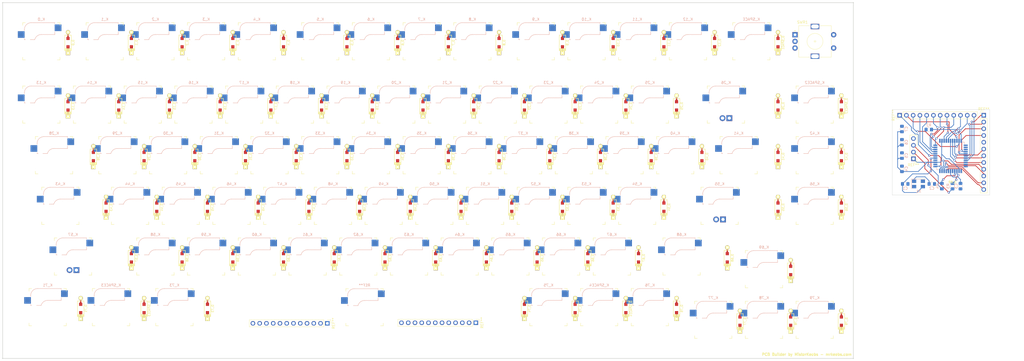
<source format=kicad_pcb>
(kicad_pcb (version 20211014) (generator pcbnew)
  (layers (0 "F.Cu" signal) (31 "B.Cu" signal) (34 "B.Paste" user) (35 "F.Paste" user) (36 "B.SilkS" user "B.Silkscreen") (37 "F.SilkS" user "F.Silkscreen") (38 "B.Mask" user) (39 "F.Mask" user) (44 "Edge.Cuts" user))
  (net 0 "")
  (net 1 "GND")
  (net 2 "VCC")
  (net 3 "/col0")
  (net 4 "/col1")
  (net 5 "/col2")
  (net 6 "/col3")
  (net 7 "/col4")
  (net 8 "/col5")
  (net 9 "/col6")
  (net 10 "/col7")
  (net 11 "/col8")
  (net 12 "/col9")
  (net 13 "/col10")
  (net 14 "/col11")
  (net 15 "/col12")
  (net 16 "/col13")
  (net 17 "/col14")
  (net 18 "/col15")
  (net 19 "/row0")
  (net 20 "/row1")
  (net 21 "/row2")
  (net 22 "/row3")
  (net 23 "/row4")
  (net 24 "/row5")
  (net 25 "/row6")
  (net 26 "Net-(D_0-Pad2)")
  (net 27 "Net-(D_1-Pad2)")
  (net 28 "Net-(D_2-Pad2)")
  (net 29 "Net-(D_3-Pad2)")
  (net 30 "Net-(D_4-Pad2)")
  (net 31 "Net-(D_5-Pad2)")
  (net 32 "Net-(D_6-Pad2)")
  (net 33 "Net-(D_7-Pad2)")
  (net 34 "Net-(D_8-Pad2)")
  (net 35 "Net-(D_9-Pad2)")
  (net 36 "Net-(D_10-Pad2)")
  (net 37 "Net-(D_11-Pad2)")
  (net 38 "Net-(D_12-Pad2)")
  (net 39 "Net-(D_SPACE-Pad2)")
  (net 40 "Net-(D_13-Pad2)")
  (net 41 "Net-(D_14-Pad2)")
  (net 42 "Net-(D_15-Pad2)")
  (net 43 "Net-(D_16-Pad2)")
  (net 44 "Net-(D_17-Pad2)")
  (net 45 "Net-(D_18-Pad2)")
  (net 46 "Net-(D_19-Pad2)")
  (net 47 "Net-(D_20-Pad2)")
  (net 48 "Net-(D_21-Pad2)")
  (net 49 "Net-(D_22-Pad2)")
  (net 50 "Net-(D_23-Pad2)")
  (net 51 "Net-(D_24-Pad2)")
  (net 52 "Net-(D_25-Pad2)")
  (net 53 "Net-(D_26-Pad2)")
  (net 54 "Net-(D_SPACE2-Pad2)")
  (net 55 "Net-(D_28-Pad2)")
  (net 56 "Net-(D_29-Pad2)")
  (net 57 "Net-(D_30-Pad2)")
  (net 58 "Net-(D_31-Pad2)")
  (net 59 "Net-(D_32-Pad2)")
  (net 60 "Net-(D_33-Pad2)")
  (net 61 "Net-(D_34-Pad2)")
  (net 62 "Net-(D_35-Pad2)")
  (net 63 "Net-(D_36-Pad2)")
  (net 64 "Net-(D_37-Pad2)")
  (net 65 "Net-(D_38-Pad2)")
  (net 66 "Net-(D_39-Pad2)")
  (net 67 "Net-(D_40-Pad2)")
  (net 68 "Net-(D_41-Pad2)")
  (net 69 "Net-(D_42-Pad2)")
  (net 70 "Net-(D_43-Pad2)")
  (net 71 "Net-(D_44-Pad2)")
  (net 72 "Net-(D_45-Pad2)")
  (net 73 "Net-(D_46-Pad2)")
  (net 74 "Net-(D_47-Pad2)")
  (net 75 "Net-(D_48-Pad2)")
  (net 76 "Net-(D_49-Pad2)")
  (net 77 "Net-(D_50-Pad2)")
  (net 78 "Net-(D_51-Pad2)")
  (net 79 "Net-(D_52-Pad2)")
  (net 80 "Net-(D_53-Pad2)")
  (net 81 "Net-(D_54-Pad2)")
  (net 82 "Net-(D_55-Pad2)")
  (net 83 "Net-(D_56-Pad2)")
  (net 84 "Net-(D_57-Pad2)")
  (net 85 "Net-(D_58-Pad2)")
  (net 86 "Net-(D_59-Pad2)")
  (net 87 "Net-(D_60-Pad2)")
  (net 88 "Net-(D_61-Pad2)")
  (net 89 "Net-(D_62-Pad2)")
  (net 90 "Net-(D_63-Pad2)")
  (net 91 "Net-(D_64-Pad2)")
  (net 92 "Net-(D_65-Pad2)")
  (net 93 "Net-(D_66-Pad2)")
  (net 94 "Net-(D_67-Pad2)")
  (net 95 "Net-(D_68-Pad2)")
  (net 96 "Net-(D_71-Pad2)")
  (net 97 "Net-(D_SPACE3-Pad2)")
  (net 98 "Net-(D_73-Pad2)")
  (net 99 "Net-(D_74-Pad2)")
  (net 100 "Net-(D_75-Pad2)")
  (net 101 "Net-(D_SPACE4-Pad2)")
  (net 102 "Net-(D_76-Pad2)")
  (net 103 "Net-(D_69-Pad2)")
  (net 104 "Net-(D_77-Pad2)")
  (net 105 "Net-(D_78-Pad2)")
  (net 106 "Net-(D_79-Pad2)")
  (net 107 "Net-(C1-Pad1)")
  (net 108 "Net-(C2-Pad1)")
  (net 109 "Net-(R1-Pad1)")
  (net 110 "Net-(R2-Pad1)")
  (net 111 "Net-(R3-Pad1)")
  (net 112 "Net-(R4-Pad1)")
  (net 113 "Net-(USB1-Pad2)")
  (net 114 "Net-(USB1-Pad3)")
  (net 115 "Net-(C3-Pad1)")
  (net 116 "Net-(U1-Pad1)")
  (net 117 "Net-(U1-Pad7)")
  (net 118 "Net-(U1-Pad34)")
  (net 119 "Net-(U1-Pad36)")
  (net 120 "Net-(U1-Pad42)")
  (net 121 "Net-(U1-Pad43)")
  (net 122 "Net-(U1-Pad44)")
  (footprint "keyswitches:Kailh_socket_MX" (layer "F.Cu") (at 216.57 238.97)
    (fp_text reference "K_59")
    (fp_text value "KEYSW")
  )
  (footprint "keyswitches:Kailh_socket_MX" (layer "F.Cu") (at 197.52 158.0075)
    (fp_text reference "K_2")
    (fp_text value "KEYSW")
  )
  (footprint "keyboard_parts:D_SOD123_axial" (layer "F.Cu") (at 259.9325 182.32 90)
    (fp_text reference "D_18")
    (fp_text value "D" hide)
  )
  (footprint "keyswitches:Kailh_socket_MX" (layer "F.Cu") (at 235.62 238.97)
    (fp_text reference "K_60")
    (fp_text value "KEYSW")
  )
  (footprint "keyboard_parts:D_SOD123_axial" (layer "F.Cu") (at 164.6825 158.5075 90)
    (fp_text reference "D_0")
    (fp_text value "D" hide)
  )
  (footprint "keyboard_parts:D_SOD123_axial" (layer "F.Cu") (at 378.995 239.47 90)
    (fp_text reference "D_67")
    (fp_text value "D" hide)
  )
  (footprint "keyswitches:Kailh_socket_MX" (layer "F.Cu") (at 395.16375 238.97)
    (fp_text reference "K_68")
    (fp_text value "KEYSW")
  )
  (footprint "keyboard_parts:D_SOD123_axial" (layer "F.Cu") (at 431.3825 158.5075 90)
    (fp_text reference "D_SPACE")
    (fp_text value "D" hide)
  )
  (footprint "keyboard_parts:D_SOD123_axial" (layer "F.Cu") (at 355.1825 258.52 90)
    (fp_text reference "D_75")
    (fp_text value "D" hide)
  )
  (footprint "keyboard_parts:D_SOD123_axial" (layer "F.Cu") (at 307.5575 158.5075 90)
    (fp_text reference "D_7")
    (fp_text value "D" hide)
  )
  (footprint "keyswitches:Kailh_socket_MX" (layer "F.Cu") (at 345.1575 258.02)
    (fp_text reference "K_75")
    (fp_text value "KEYSW")
  )
  (footprint "keyboard_parts:D_SOD123_axial" (layer "F.Cu") (at 431.3825 220.42 90)
    (fp_text reference "D_55")
    (fp_text value "D" hide)
  )
  (footprint "keyboard_parts:D_SOD123_axial" (layer "F.Cu") (at 407.57 158.5075 90)
    (fp_text reference "D_12")
    (fp_text value "D" hide)
  )
  (footprint "keyswitches:Kailh_socket_MX" (layer "F.Cu") (at 359.445 158.0075)
    (fp_text reference "K_10")
    (fp_text value "KEYSW")
  )
  (footprint "keyswitches:Kailh_socket_MX" (layer "F.Cu") (at 316.5825 200.87)
    (fp_text reference "K_36")
    (fp_text value "KEYSW")
  )
  (footprint "keyboard_parts:D_SOD123_axial" (layer "F.Cu") (at 312.32 220.42 90)
    (fp_text reference "D_50")
    (fp_text value "D" hide)
  )
  (footprint "keyboard_parts:D_SOD123_axial" (layer "F.Cu") (at 188.495 158.5075 90)
    (fp_text reference "D_1")
    (fp_text value "D" hide)
  )
  (footprint "keyboard_parts:D_SOD123_axial" (layer "F.Cu") (at 317.0825 182.32 90)
    (fp_text reference "D_21")
    (fp_text value "D" hide)
  )
  (footprint "keyboard_parts:D_SOD123_axial" (layer "F.Cu") (at 278.9825 182.32 90)
    (fp_text reference "D_19")
    (fp_text value "D" hide)
  )
  (footprint "keyswitches:Kailh_socket_MX" (layer "F.Cu") (at 445.17 219.92)
    (fp_text reference "K_56")
    (fp_text value "KEYSW")
  )
  (footprint "keyboard_parts:D_SOD123_axial" (layer "F.Cu") (at 217.07 220.42 90)
    (fp_text reference "D_45")
    (fp_text value "D" hide)
  )
  (footprint "keyswitches:Kailh_socket_MX" (layer "F.Cu") (at 383.2575 181.82)
    (fp_text reference "K_25")
    (fp_text value "KEYSW")
  )
  (footprint "keyboard_parts:D_SOD123_axial" (layer "F.Cu") (at 369.47 220.42 90)
    (fp_text reference "D_53")
    (fp_text value "D" hide)
  )
  (footprint "keyboard_parts:D_SOD123_axial" (layer "F.Cu") (at 455.195 182.32 90)
    (fp_text reference "D_SPACE2")
    (fp_text value "D" hide)
  )
  (footprint "keyboard_parts:D_SOD123_axial" (layer "F.Cu") (at 331.37 220.42 90)
    (fp_text reference "D_51")
    (fp_text value "D" hide)
  )
  (footprint "keyswitches:Kailh_socket_MX" (layer "F.Cu") (at 349.92 238.97)
    (fp_text reference "K_66")
    (fp_text value "KEYSW")
  )
  (footprint "Connector_PinHeader_2.54mm:PinHeader_1x12_P2.54mm_Vertical" (layer "F.Cu") (at 262.08 264.1 -90)
    (fp_text reference "REF**")
    (fp_text value "PinHeader_1x12_P2.54mm_Vertical")
  )
  (footprint "keyboard_parts:D_SOD123_axial" (layer "F.Cu") (at 250.4075 201.37 90)
    (fp_text reference "D_32")
    (fp_text value "D" hide)
  )
  (footprint "keyswitches:Kailh_socket_MX" (layer "F.Cu") (at 368.97 238.97)
    (fp_text reference "K_67")
    (fp_text value "KEYSW")
  )
  (footprint "keyboard_parts:D_SOD123_axial" (layer "F.Cu") (at 293.27 220.42 90)
    (fp_text reference "D_49")
    (fp_text value "D" hide)
  )
  (footprint "keyswitches:Kailh_socket_MX" (layer "F.Cu") (at 183.2325 200.87)
    (fp_text reference "K_29")
    (fp_text value "KEYSW")
  )
  (footprint "keyboard_parts:D_SOD123_axial" (layer "F.Cu") (at 202.7825 182.32 90)
    (fp_text reference "D_15")
    (fp_text value "D" hide)
  )
  (footprint "keyboard_parts:D_SOD123_axial" (layer "F.Cu") (at 326.6075 201.37 90)
    (fp_text reference "D_36")
    (fp_text value "D" hide)
  )
  (footprint "keyswitches:Kailh_socket_MX" (layer "F.Cu") (at 416.595 200.87)
    (fp_text reference "K_41")
    (fp_text value "KEYSW")
  )
  (footprint "keyboard_parts:D_SOD123_axial" (layer "F.Cu") (at 340.895 239.47 90)
    (fp_text reference "D_65")
    (fp_text value "D" hide)
  )
  (footprint "keyboard_parts:D_SOD123_axial" (layer "F.Cu") (at 355.1825 182.32 90)
    (fp_text reference "D_23")
    (fp_text value "D" hide)
  )
  (footprint "keyboard_parts:D_SOD123_axial" (layer "F.Cu") (at 307.5575 201.37 90)
    (fp_text reference "D_35")
    (fp_text value "D" hide)
  )
  (footprint "keyswitches:Kailh_socket_MX" (layer "F.Cu") (at 161.80125 219.92)
    (fp_text reference "K_43")
    (fp_text value "KEYSW")
  )
  (footprint "keyswitches:Kailh_socket_MX" (layer "F.Cu") (at 330.87 238.97)
    (fp_text reference "K_65")
    (fp_text value "KEYSW")
  )
  (footprint "keyswitches:Kailh_socket_MX" (layer "F.Cu") (at 340.395 219.92)
    (fp_text reference "K_52")
    (fp_text value "KEYSW")
  )
  (footprint "keyboard_parts:D_SOD123_axial" (layer "F.Cu") (at 345.6575 201.37 90)
    (fp_text reference "D_37")
    (fp_text value "D" hide)
  )
  (footprint "keyboard_parts:D_SOD123_axial" (layer "F.Cu") (at 269.4575 201.37 90)
    (fp_text reference "D_33")
    (fp_text value "D" hide)
  )
  (footprint "keyboard_parts:D_SOD123_axial" (layer "F.Cu") (at 236.12 220.42 90)
    (fp_text reference "D_46")
    (fp_text value "D" hide)
  )
  (footprint "keyswitches:Kailh_socket_MX" (layer "F.Cu") (at 273.72 238.97)
    (fp_text reference "K_62")
    (fp_text value "KEYSW")
  )
  (footprint "keyswitches:Kailh_socket_MX" (layer "F.Cu") (at 254.67 238.97)
    (fp_text reference "K_61")
    (fp_text value "KEYSW")
  )
  (footprint "keyswitches:Kailh_socket_MX" (layer "F.Cu") (at 340.395 158.0075)
    (fp_text reference "K_9")
    (fp_text value "KEYSW")
  )
  (footprint "keyboard_parts:D_SOD123_axial" (layer "F.Cu") (at 359.945 239.47 90)
    (fp_text reference "D_66")
    (fp_text value "D" hide)
  )
  (footprint "keyboard_parts:D_SOD123_axial" (layer "F.Cu") (at 212.3075 201.37 90)
    (fp_text reference "D_30")
    (fp_text value "D" hide)
  )
  (footprint "keyswitches:Kailh_socket_MX" (layer "F.Cu") (at 407.07 262.7825)
    (fp_text reference "K_77")
    (fp_text value "KEYSW")
  )
  (footprint "keyboard_parts:D_SOD123_axial" (layer "F.Cu") (at 198.02 220.42 90)
    (fp_text reference "D_44")
    (fp_text value "D" hide)
  )
  (footprint "keyswitches:Kailh_socket_MX" (layer "F.Cu") (at 192.7575 181.82)
    (fp_text reference "K_15")
    (fp_text value "KEYSW")
  )
  (footprint "keyswitches:Kailh_socket_MX" (layer "F.Cu") (at 326.1075 181.82)
    (fp_text reference "K_22")
    (fp_text value "KEYSW")
  )
  (footprint "keyboard_parts:D_SOD123_axial" (layer "F.Cu") (at 326.6075 158.5075 90)
    (fp_text reference "D_8")
    (fp_text value "D" hide)
  )
  (footprint "keyswitches:Kailh_socket_MX" (layer "F.Cu") (at 292.77 238.97)
    (fp_text reference "K_63")
    (fp_text value "KEYSW")
  )
  (footprint "Connector_PinHeader_2.54mm:PinHeader_1x04_P2.54mm_Vertical" (layer "F.Cu") (at 482.2625 202.22 180)
    (fp_text reference "REF**")
    (fp_text value "PinHeader_1x04_P2.54mm_Vertical")
  )
  (footprint "keyswitches:Kailh_socket_MX" (layer "F.Cu") (at 335.6325 200.87)
    (fp_text reference "K_37")
    (fp_text value "KEYSW")
  )
  (footprint "keyboard_parts:D_SOD123_axial" (layer "F.Cu") (at 226.595 239.47 90)
    (fp_text reference "D_59")
    (fp_text value "D" hide)
  )
  (footprint "keyboard_parts:D_SOD123_axial" (layer "F.Cu") (at 393.2825 258.52 90)
    (fp_text reference "D_76")
    (fp_text value "D" hide)
  )
  (footprint "keyboard_parts:D_SOD123_axial" (layer "F.Cu") (at 217.07 258.52 90)
    (fp_text reference "D_73")
    (fp_text value "D" hide)
  )
  (footprint "keyswitches:Kailh_socket_MX" (layer "F.Cu") (at 268.9575 181.82)
    (fp_text reference "K_19")
    (fp_text value "KEYSW")
  )
  (footprint "keyboard_parts:D_SOD123_axial" (layer "F.Cu") (at 183.7325 182.32 90)
    (fp_text reference "D_14")
    (fp_text value "D" hide)
  )
  (footprint "keyswitches:Kailh_socket_MX" (layer "F.Cu") (at 378.495 158.0075)
    (fp_text reference "K_11")
    (fp_text value "KEYSW")
  )
  (footprint "keyswitches:Kailh_socket_MX" (layer "F.Cu") (at 383.2575 258.02)
    (fp_text reference "K_76")
    (fp_text value "KEYSW")
  )
  (footprint "keyboard_parts:D_SOD123_axial" (layer "F.Cu") (at 350.42 158.5075 90)
    (fp_text reference "D_9")
    (fp_text value "D" hide)
  )
  (footprint "keyboard_parts:D_SOD123_axial" (layer "F.Cu") (at 269.4575 158.5075 90)
    (fp_text reference "D_5")
    (fp_text value "D" hide)
  )
  (footprint "keyboard_parts:D_SOD123_axial" (layer "F.Cu") (at 288.5075 201.37 90)
    (fp_text reference "D_34")
    (fp_text value "D" hide)
  )
  (footprint "keyswitches:Kailh_socket_MX" (layer "F.Cu") (at 211.8075 181.82)
    (fp_text reference "K_16")
    (fp_text value "KEYSW")
  )
  (footprint "keyswitches:Kailh_socket_MX" (layer "F.Cu") (at 202.2825 200.87)
    (fp_text reference "K_30")
    (fp_text value "KEYSW")
  )
  (footprint "keyboard_parts:D_SOD123_axial" (layer "F.Cu") (at 412.3325 239.47 90)
    (fp_text reference "D_68")
    (fp_text value "D" hide)
  )
  (footprint "keyboard_parts:D_SOD123_axial" (layer "F.Cu") (at 245.645 239.47 90)
    (fp_text reference "D_60")
    (fp_text value "D" hide)
  )
  (footprint "keyswitches:Kailh_socket_MX" (layer "F.Cu") (at 373.7325 200.87)
    (fp_text reference "K_39")
    (fp_text value "KEYSW")
  )
  (footprint "keyswitches:Kailh_socket_MX" (layer "F.Cu") (at 426.12 262.7825)
    (fp_text reference "K_78")
    (fp_text value "KEYSW")
  )
  (footprint "keyboard_parts:D_SOD123_axial" (layer "F.Cu") (at 169.445 258.52 90)
    (fp_text reference "D_71")
    (fp_text value "D" hide)
  )
  (footprint "keyswitches:Kailh_socket_MX" (layer "F.Cu") (at 311.82 238.97)
    (fp_text reference "K_64")
    (fp_text value "KEYSW")
  )
  (footprint "keyboard_parts:D_SOD123_axial" (layer "F.Cu") (at 288.5075 158.5075 90)
    (fp_text reference "D_6")
    (fp_text value "D" hide)
  )
  (footprint "keyswitches:Kailh_socket_MX" (layer "F.Cu") (at 445.17 262.7825)
    (fp_text reference "K_79")
    (fp_text value "KEYSW")
  )
  (footprint "keyswitches:Kailh_socket_MX" (layer "F.Cu") (at 235.62 158.0075)
    (fp_text reference "K_4")
    (fp_text value "KEYSW")
  )
  (footprint "keyboard_parts:D_SOD123_axial" (layer "F.Cu") (at 178.97 220.42 90)
    (fp_text reference "D_43")
    (fp_text value "D" hide)
  )
  (footprint "keyboard_parts:D_SOD123_axial" (layer "F.Cu") (at 350.42 220.42 90)
    (fp_text reference "D_52")
    (fp_text value "D" hide)
  )
  (footprint "keyboard_parts:D_SOD123_axial" (layer "F.Cu") (at 264.695 239.47 90)
    (fp_text reference "D_61")
    (fp_text value "D" hide)
  )
  (footprint "keyboard_parts:D_SOD123_axial" (layer "F.Cu") (at 174.2075 201.37 90)
    (fp_text reference "D_28")
    (fp_text value "D" hide)
  )
  (footprint "keyboard_parts:D_SOD123_axial" (layer "F.Cu") (at 298.0325 182.32 90)
    (fp_text reference "D_20")
    (fp_text value "D" hide)
  )
  (footprint "keyboard_parts:D_SOD123_axial" (layer "F.Cu") (at 431.3825 201.37 90)
    (fp_text reference "D_41")
    (fp_text value "D" hide)
  )
  (footprint "keyboard_parts:D_SOD123_axial" (layer "F.Cu") (at 336.1325 182.32 90)
    (fp_text reference "D_22")
    (fp_text value "D" hide)
  )
  (footprint "keyboard_parts:D_SOD123_axial" (layer "F.Cu") (at 274.22 220.42 90)
    (fp_text reference "D_48")
    (fp_text value "D" hide)
  )
  (footprint "marbastlib-mx:STAB_MX_6.25u" (layer "F.Cu") (at 276.10125 258.02)
    (fp_text reference "K_74" hide)
    (fp_text value "KEYSW")
  )
  (footprint "keyswitches:Kailh_socket_MX" (layer "F.Cu") (at 154.6575 181.82)
    (fp_text reference "K_13")
    (fp_text value "KEYSW")
  )
  (footprint "keyboard_parts:D_SOD123_axial" (layer "F.Cu") (at 364.7075 201.37 90)
    (fp_text reference "D_38")
    (fp_text value "D" hide)
  )
  (footprint "keyswitches:Kailh_socket_MX" (layer "F.Cu") (at 221.3325 200.87)
    (fp_text reference "K_31")
    (fp_text value "KEYSW")
  )
  (footprint "keyswitches:Kailh_socket_MX" (layer "F.Cu") (at 173.7075 181.82)
    (fp_text reference "K_14")
    (fp_text value "KEYSW")
  )
  (footprint "keyswitches:Kailh_socket_MX" (layer "F.Cu") (at 359.445 219.92)
    (fp_text reference "K_53")
    (fp_text value "KEYSW")
  )
  (footprint "keyswitches:Kailh_socket_MX" (layer "F.Cu") (at 283.245 219.92)
    (fp_text reference "K_49")
    (fp_text value "KEYSW")
  )
  (footprint "keyboard_parts:D_SOD123_axial" (layer "F.Cu") (at 374.2325 182.32 90)
    (fp_text reference "D_24")
    (fp_text value "D" hide)
  )
  (footprint "keyswitches:Kailh_socket_MX" (layer "F.Cu") (at 259.4325 158.0075)
    (fp_text reference "K_5")
    (fp_text value "KEYSW")
  )
  (footprint "keyswitches:Kailh_socket_MX" (layer "F.Cu") (at 259.4325 200.87)
    (fp_text reference "K_33")
    (fp_text value "KEYSW")
  )
  (footprint "keyswitches:Kailh_socket_MX" (layer "F.Cu") (at 249.9075 181.82)
    (fp_text reference "K_18")
    (fp_text value "KEYSW")
  )
  (footprint "keyboard_parts:D_SOD123_axial" (layer "F.Cu") (at 393.2825 182.32 90)
    (fp_text reference "D_25")
    (fp_text value "D" hide)
  )
  (footprint "keyboard_parts:D_SOD123_axial" (layer "F.Cu") (at 193.2575 258.52 90)
    (fp_text reference "D_SPACE3")
    (fp_text value "D" hide)
  )
  (footprint "keyboard_parts:D_SOD123_axial" (layer "F.Cu") (at 188.495 239.47 90)
    (fp_text reference "D_57")
    (fp_text value "D" hide)
  )
  (footprint "keyswitches:Kailh_socket_MX" (layer "F.Cu") (at 187.995 219.92)
    (fp_text reference "K_44")
    (fp_text value "KEYSW")
  )
  (footprint "keyswitches:Kailh_socket_MX" (layer "F.Cu") (at 180.85125 258.02)
    (fp_text reference "K_SPACE3")
    (fp_text value "KEYSW")
  )
  (footprint "keyboard_parts:D_SOD123_axial" (layer "F.Cu") (at 417.095 263.2825 90)
    (fp_text reference "D_77")
    (fp_text value "D" hide)
  )
  (footprint "keyswitches:Kailh_socket_MX" (layer "F.Cu") (at 397.545 158.0075)
    (fp_text reference "K_12")
    (fp_text value "KEYSW")
  )
  (footprint "keyboard_parts:D_SOD123_axial" (layer "F.Cu") (at 388.52 158.5075 90)
    (fp_text reference "D_11")
    (fp_text value "D" hide)
  )
  (footprint "Keebio-Parts:RotaryEncoder_Alps_EC11E-Switch_Vertical_H20mm" (layer "F.Cu") (at 445.28 158.05)
    (fp_text reference "SWR1")
    (fp_text value "Rotary_Encoder_Switch")
  )
  (footprint "keyboard_parts:D_SOD123_axial" (layer "F.Cu") (at 231.3575 201.37 90)
    (fp_text reference "D_31")
    (fp_text value "D" hide)
  )
  (footprint "keyswitches:Kailh_socket_MX" (layer "F.Cu") (at 178.47 158.0075)
    (fp_text reference "K_1")
    (fp_text value "KEYSW")
  )
  (footprint "keyboard_parts:D_SOD123_axial" (layer "F.Cu") (at 207.545 158.5075 90)
    (fp_text reference "D_2")
    (fp_text value "D" hide)
  )
  (footprint "keyboard_parts:D_SOD123_axial" (layer "F.Cu") (at 321.845 239.47 90)
    (fp_text reference "D_64")
    (fp_text value "D" hide)
  )
  (footprint "keyswitches:Kailh_socket_MX" (layer "F.Cu") (at 226.095 219.92)
    (fp_text reference "K_46")
    (fp_text value "KEYSW")
  )
  (footprint "keyswitches:Kailh_socket_MX_led stab" (layer "F.Cu") (at 166.56375 238.97)
    (fp_text reference "K_57")
    (fp_text value "KEYSW")
  )
  (footprint "keyswitches:Kailh_socket_MX" (layer "F.Cu") (at 278.4825 158.0075)
    (fp_text reference "K_6")
    (fp_text value "KEYSW")
  )
  (footprint "keyboard_parts:D_SOD123_axial" (layer "F.Cu") (at 402.8075 201.37 90)
    (fp_text reference "D_40")
    (fp_text value "D" hide)
  )
  (footprint "keyboard_parts:D_SOD123_axial" (layer "F.Cu") (at 455.195 201.37 90)
    (fp_text reference "D_42")
    (fp_text value "D" hide)
  )
  (footprint "keyboard_parts:D_SOD123_axial" (layer "F.Cu") (at 369.47 158.5075 90)
    (fp_text reference "D_10")
    (fp_text value "D" hide)
  )
  (footprint "keyswitches:Kailh_socket_MX" (layer "F.Cu") (at 421.3575 158.0075)
    (fp_text reference "K_SPACE")
    (fp_text value "KEYSW")
  )
  (footprint "keyboard_parts:D_SOD123_axial" (layer "F.Cu") (at 221.8325 182.32 90)
    (fp_text reference "D_16")
    (fp_text value "D" hide)
  )
  (footprint "keyswitches:Kailh_socket_MX" (layer "F.Cu") (at 216.57 158.0075)
    (fp_text reference "K_3")
    (fp_text value "KEYSW")
  )
  (footprint "keyboard_parts:D_SOD123_axial" (layer "F.Cu") (at 374.2325 258.52 90)
    (fp_text reference "D_SPACE4")
    (fp_text value "D" hide)
  )
  (footprint "keyswitches:Kailh_socket_MX" (layer "F.Cu") (at 159.42 200.87)
    (fp_text reference "K_28")
    (fp_text value "KEYSW")
  )
  (footprint "keyboard_parts:D_SOD123_axial" (layer "F.Cu") (at 302.795 239.47 90)
    (fp_text reference "D_63")
    (fp_text value "D" hide)
  )
  (footprint "keyswitches:Kailh_socket_MX" (layer "F.Cu") (at 364.2075 258.02)
    (fp_text reference "K_SPACE4")
    (fp_text value "KEYSW")
  )
  (footprint "keyswitches:Kailh_socket_MX" (layer "F.Cu") (at 321.345 219.92)
    (fp_text reference "K_51")
    (fp_text value "KEYSW")
  )
  (footprint "keyboard_parts:D_SOD123_axial" (layer "F.Cu") (at 336.1325 258.52 90)
    (fp_text reference "D_74")
    (fp_text value "D" hide)
  )
  (footprint "keyswitches:Kailh_socket_MX" (layer "F.Cu") (at 445.17 200.87)
    (fp_text reference "K_42")
    (fp_text value "KEYSW")
  )
  (footprint "keyboard_parts:D_SOD123_axial" (layer "F.Cu") (at 240.8825 182.32 90)
    (fp_text reference "D_17")
    (fp_text value "D" hide)
  )
  (footprint "keyboard_parts:D_SOD123_axial" (layer "F.Cu") (at 164.6825 182.32 90)
    (fp_text reference "D_13")
    (fp_text value "D" hide)
  )
  (footprint "keyboard_parts:D_SOD123_axial" (layer "F.Cu") (at 226.595 158.5075 90)
    (fp_text reference "D_3")
    (fp_text value "D" hide)
  )
  (footprint "keyswitches:Kailh_socket_MX" (layer "F.Cu") (at 354.6825 200.87)
    (fp_text reference "K_38")
    (fp_text value "KEYSW")
  )
  (footprint "keyswitches:Kailh_socket_MX" (layer "F.Cu") (at 288.0075 181.82)
    (fp_text reference "K_20")
    (fp_text value "KEYSW")
  )
  (footprint "keyboard_parts:D_SOD123_axial" (layer "F.Cu") (at 455.195 220.42 90)
    (fp_text reference "D_56")
    (fp_text value "D" hide)
  )
  (footprint "Connector_PinHeader_2.54mm:PinHeader_1x12_P2.54mm_Vertical" (layer "F.Cu") (at 508.6725 185.84)
    (fp_text reference "REF**")
    (fp_text value "PinHeader_1x12_P2.54mm_Vertical")
  )
  (footprint "keyswitches:Kailh_socket_MX" (layer "F.Cu") (at 276.07 258.06)
    (fp_text reference "REF**")
    (fp_text value "Kailh_socket_MX")
  )
  (footprint "keyswitches:Kailh_socket_MX_led stab" (layer "F.Cu") (at 411.8325 181.82)
    (fp_text reference "K_26")
    (fp_text value "KEYSW")
  )
  (footprint "keyswitches:Kailh_socket_MX" (layer "F.Cu") (at 302.295 219.92)
    (fp_text reference "K_50")
    (fp_text value "KEYSW")
  )
  (footprint "keyboard_parts:D_SOD123_axial" (layer "F.Cu") (at 431.3825 182.32 90)
    (fp_text reference "D_26")
    (fp_text value "D" hide)
  )
  (footprint "keyswitches:Kailh_socket_MX" (layer "F.Cu") (at 345.1575 181.82)
    (fp_text reference "K_23")
    (fp_text value "KEYSW")
  )
  (footprint "keyboard_parts:D_SOD123_axial" (layer "F.Cu") (at 193.2575 201.37 90)
    (fp_text reference "D_29")
    (fp_text value "D" hide)
  )
  (footprint "keyboard_parts:D_SOD123_axial" (layer "F.Cu") (at 455.195 263.2825 90)
    (fp_text reference "D_79")
    (fp_text value "D" hide)
  )
  (footprint "keyswitches:Kailh_socket_MX" (layer "F.Cu") (at 378.495 219.92)
    (fp_text reference "K_54")
    (fp_text value "KEYSW")
  )
  (footprint "keyswitches:Kailh_socket_MX" (layer "F.Cu") (at 364.2075 181.82)
    (fp_text reference "K_24")
    (fp_text value "KEYSW")
  )
  (footprint "keyswitches:Kailh_socket_MX" (layer "F.Cu") (at 297.5325 200.87)
    (fp_text reference "K_35")
    (fp_text value "KEYSW")
  )
  (footprint "keyswitches:Kailh_socket_MX" (layer "F.Cu") (at 157.03875 258.02)
    (fp_text reference "K_71")
    (fp_text value "KEYSW")
  )
  (footprint "keyswitches:Kailh_socket_MX" (layer "F.Cu") (at 426.12 243.7325)
    (fp_text reference "K_69")
    (fp_text value "KEYSW")
  )
  (footprint "keyswitches:Kailh_socket_MX" (layer "F.Cu") (at 204.66375 258.02)
    (fp_text reference "K_73")
    (fp_text value "KEYSW")
  )
  (footprint "keyswitches:Kailh_socket_MX" (layer "F.Cu") (at 264.195 219.92)
    (fp_text reference "K_48")
    (fp_text value "KEYSW")
  )
  (footprint "Connector_PinHeader_2.54mm:PinHeader_1x12_P2.54mm_Vertical" (layer "F.Cu") (at 477.0725 185.85 90)
    (fp_text reference "REF**")
    (fp_text value "PinHeader_1x12_P2.54mm_Vertical")
  )
  (footprint "keyswitches:Kailh_socket_MX" (layer "F.Cu") (at 307.0575 181.82)
    (fp_text reference "K_21")
    (fp_text value "KEYSW")
  )
  (footprint "keyboard_parts:D_SOD123_axial" (layer "F.Cu") (at 383.7575 201.37 90)
    (fp_text reference "D_39")
    (fp_text value "D" hide)
  )
  (footprint "keyswitches:Kailh_socket_MX" (layer "F.Cu") (at 278.4825 200.87)
    (fp_text reference "K_34")
    (fp_text value "KEYSW")
  )
  (footprint "keyboard_parts:D_SOD123_axial" (layer "F.Cu") (at 283.745 239.47 90)
    (fp_text reference "D_62")
    (fp_text value "D" hide)
  )
  (footprint "Connector_PinHeader_2.54mm:PinHeader_1x12_P2.54mm_Vertical" (layer "F.Cu") (at 317.88 263.9 -90)
    (fp_text reference "REF**")
    (fp_text value "PinHeader_1x12_P2.54mm_Vertical")
  )
  (footprint "keyboard_parts:D_SOD123_axial" (layer "F.Cu") (at 436.145 244.2325 90)
    (fp_text reference "D_69")
    (fp_text value "D" hide)
  )
  (footprint "keyboard_parts:D_SOD123_axial" (layer "F.Cu") (at 436.145 263.2825 90)
    (fp_text reference "D_78")
    (fp_text value "D" hide)
  )
  (footprint "keyswitches:Kailh_socket_MX" (layer "F.Cu") (at 154.6575 158.0075)
    (fp_text reference "K_0")
    (fp_text value "KEYSW")
  )
  (footprint "keyswitches:Kailh_socket_MX" (layer "F.Cu") (at 445.17 181.82)
    (fp_text reference "K_SPACE2")
    (fp_text value "KEYSW")
  )
  (footprint "keyswitches:Kailh_socket_MX" (layer "F.Cu") (at 197.52 238.97)
    (fp_text reference "K_58")
    (fp_text value "KEYSW")
  )
  (footprint "keyswitches:Kailh_socket_MX" (layer "F.Cu") (at 240.3825 200.87)
    (fp_text reference "K_32")
    (fp_text value "KEYSW")
  )
  (footprint "keyswitches:Kailh_socket_MX" (layer "F.Cu") (at 230.8575 181.82)
    (fp_text reference "K_17")
    (fp_text value "KEYSW")
  )
  (footprint "keyswitches:Kailh_socket_MX" (layer "F.Cu") (at 297.5325 158.0075)
    (fp_text reference "K_7")
    (fp_text value "KEYSW")
  )
  (footprint "keyboard_parts:D_SOD123_axial" (layer "F.Cu") (at 207.545 239.47 90)
    (fp_text reference "D_58")
    (fp_text value "D" hide)
  )
  (footprint "keyswitches:Kailh_socket_MX" (layer "F.Cu") (at 316.5825 158.0075)
    (fp_text reference "K_8")
    (fp_text value "KEYSW")
  )
  (footprint "keyswitches:Kailh_socket_MX_led stab" (layer "F.Cu") (at 409.45125 219.92)
    (fp_text reference "K_55")
    (fp_text value "KEYSW")
  )
  (footprint "keyboard_parts:D_SOD123_axial" (layer "F.Cu") (at 388.52 220.42 90)
    (fp_text reference "D_54")
    (fp_text value "D" hide)
  )
  (footprint "keyboard_parts:D_SOD123_axial" (layer "F.Cu") (at 245.645 158.5075 90)
    (fp_text reference "D_4")
    (fp_text value "D" hide)
  )
  (footprint "keyboard_parts:D_SOD123_axial" (layer "F.Cu") (at 255.17 220.42 90)
    (fp_text reference "D_47")
    (fp_text value "D" hide)
  )
  (footprint "keyswitches:Kailh_socket_MX" (layer "F.Cu") (at 207.045 219.92)
    (fp_text reference "K_45")
    (fp_text value "KEYSW")
  )
  (footprint "keyswitches:Kailh_socket_MX" (layer "F.Cu") (at 245.145 219.92)
    (fp_text reference "K_47")
    (fp_text value "KEYSW")
  )
  (footprint "keyswitches:Kailh_socket_MX" (layer "F.Cu") (at 392.7825 200.87)
    (fp_text reference "K_40")
    (fp_text value "KEYSW")
  )
  (footprint "Capacitor_SMD:C_0805_2012Metric_Pad1.15x1.40mm_HandSolder" (layer "B.Cu") (at 477.9425 191.005 90)
    (fp_text reference "C7")
    (fp_text value "22pF")
  )
  (footprint "Capacitor_SMD:C_0805_2012Metric_Pad1.15x1.40mm_HandSolder" (layer "B.Cu") (at 479.1625 211.67)
    (fp_text reference "C1")
    (fp_text value "22pF")
  )
  (footprint "Capacitor_SMD:C_0805_2012Metric_Pad1.15x1.40mm_HandSolder" (layer "B.Cu") (at 489.1625 211.67)
    (fp_text reference "C2")
    (fp_text value "22pF")
  )
  (footprint "Capacitor_SMD:C_0805_2012Metric_Pad1.15x1.40mm_HandSolder" (layer "B.Cu") (at 477.9425 206.005 90)
    (fp_text reference "C4")
    (fp_text value "22pF")
  )
  (footprint "Resistor_SMD:R_0805_2012Metric_Pad1.15x1.40mm_HandSolder" (layer "B.Cu") (at 488.0225 191.22 180)
    (fp_text reference "R2")
    (fp_text value "10k")
  )
  (footprint "Capacitor_SMD:C_0805_2012Metric_Pad1.15x1.40mm_HandSolder" (layer "B.Cu") (at 499.9325 212.5 -90)
    (fp_text reference "C3")
    (fp_text value "22pF")
  )
  (footprint "Resistor_SMD:R_0805_2012Metric_Pad1.15x1.40mm_HandSolder" (layer "B.Cu") (at 492.9325 212.5 -90)
    (fp_text reference "R4")
    (fp_text value "22")
  )
  (footprint "Package_QFP:TQFP-44_10x10mm_P0.8mm" (layer "B.Cu") (at 496.1925 201.14 90)
    (fp_text reference "U1")
    (fp_text value "ATMEGA32U4")
  )
  (footprint "Capacitor_SMD:C_0805_2012Metric_Pad1.15x1.40mm_HandSolder" (layer "B.Cu") (at 477.9425 201.005 90)
    (fp_text reference "C5")
    (fp_text value "22pF")
  )
  (footprint "Capacitor_SMD:C_0805_2012Metric_Pad1.15x1.40mm_HandSolder" (layer "B.Cu") (at 477.9425 196.005 90)
    (fp_text reference "C6")
    (fp_text value "22pF")
  )
  (footprint "Resistor_SMD:R_0805_2012Metric_Pad1.15x1.40mm_HandSolder" (layer "B.Cu") (at 496.9325 212.5 -90)
    (fp_text reference "R3")
    (fp_text value "22")
  )
  (footprint "Crystal:Crystal_SMD_5032-4Pin_5.0x3.2mm" (layer "B.Cu") (at 484.1625 211.67)
    (fp_text reference "X1")
    (fp_text value "XTAL_GND")
  )
  (gr_arc (start 459.695 143.4825) (mid 459.695 143.4825) (end 459.695 143.4825) (layer "Edge.Cuts") (width 0.2))
  (gr_rect (start 474.2625 183.67) (end 510.9125 215.87) (layer "Edge.Cuts") (width 0.1) (fill none))
  (gr_line (start 459.695 277.3075) (end 140.1325 277.3075) (layer "Edge.Cuts") (width 0.2))
  (gr_arc (start 140.1325 143.4825) (mid 140.1325 143.4825) (end 140.1325 143.4825) (layer "Edge.Cuts") (width 0.2))
  (gr_line (start 140.1325 143.4825) (end 459.695 143.4825) (layer "Edge.Cuts") (width 0.2))
  (gr_arc (start 459.695 277.3075) (mid 459.695 277.3075) (end 459.695 277.3075) (layer "Edge.Cuts") (width 0.2))
  (gr_line (start 459.695 143.4825) (end 459.695 277.3075) (layer "Edge.Cuts") (width 0.2))
  (gr_arc (start 140.1325 277.3075) (mid 140.1325 277.3075) (end 140.1325 277.3075) (layer "Edge.Cuts") (width 0.2))
  (gr_line (start 140.1325 277.3075) (end 140.1325 143.4825) (layer "Edge.Cuts") (width 0.2))
  (gr_text "PCB Builder by MisterKeebs - mrkeebs.com" (at 459.195 275.8075) (layer "F.SilkS") (effects (font (size 1 1) (thickness 0.3)) (justify right)))
  (segment (start 476.3325 205.42) (end 477.9425 207.03) (width 0.25) (layer "B.Cu") (net 2))
  (segment (start 477.9425 207.03) (end 477.9725 207) (width 0.25) (layer "B.Cu") (net 2))
  (segment (start 476.3325 197.8) (end 476.3325 202.4) (width 0.25) (layer "B.Cu") (net 2))
  (segment (start 492.875 203.025) (end 492.36 203.54) (width 0.25) (layer "B.Cu") (net 2))
  (segment (start 499.3925 206.84) (end 499.3925 205.84) (width 0.25) (layer "B.Cu") (net 2))
  (segment (start 477.9425 192.03) (end 477.9125 192) (width 0.25) (layer "B.Cu") (net 2))
  (segment (start 477.1025 197.03) (end 476.3325 197.8) (width 0.25) (layer "B.Cu") (net 2))
  (segment (start 477.9425 197.03) (end 477.1025 197.03) (width 0.25) (layer "B.Cu") (net 2))
  (segment (start 483.5825 203.54) (end 490.4925 203.54) (width 0.25) (layer "B.Cu") (net 2))
  (segment (start 476.7025 202.03) (end 476.3325 202.4) (width 0.25) (layer "B.Cu") (net 2))
  (segment (start 487.4925 203.54) (end 490.4925 203.54) (width 0.25) (layer "B.Cu") (net 2))
  (segment (start 482.2625 202.22) (end 483.5825 203.54) (width 0.25) (layer "B.Cu") (net 2))
  (segment (start 476.3325 192) (end 476.3325 197.8) (width 0.25) (layer "B.Cu") (net 2))
  (segment (start 492.36 203.54) (end 490.4925 203.54) (width 0.25) (layer "B.Cu") (net 2))
  (segment (start 494.6 202.2) (end 492.875 200.475) (width 0.25) (layer "B.Cu") (net 2))
  (segment (start 495.7525 202.2) (end 494.6 202.2) (width 0.25) (layer "B.Cu") (net 2))
  (segment (start 499.3925 205.84) (end 495.7525 202.2) (width 0.25) (layer "B.Cu") (net 2))
  (segment (start 477.9125 192) (end 476.3325 192) (width 0.25) (layer "B.Cu") (net 2))
  (segment (start 492.875 200.475) (end 492.875 203.025) (width 0.25) (layer "B.Cu") (net 2))
  (segment (start 476.3325 202.4) (end 476.3325 205.42) (width 0.25) (layer "B.Cu") (net 2))
  (segment (start 492.875 195.5575) (end 492.875 200.475) (width 0.25) (layer "B.Cu") (net 2))
  (segment (start 477.9725 207) (end 484.0325 207) (width 0.25) (layer "B.Cu") (net 2))
  (segment (start 484.0325 207) (end 487.4925 203.54) (width 0.25) (layer "B.Cu") (net 2))
  (segment (start 492.9925 195.44) (end 492.875 195.5575) (width 0.25) (layer "B.Cu") (net 2))
  (segment (start 477.9425 202.03) (end 476.7025 202.03) (width 0.25) (layer "B.Cu") (net 2))
  (segment (start 492 201.3) (end 492.6 201.9) (width 0.25) (layer "F.Cu") (net 3))
  (segment (start 492.6 204.9) (end 492.5 205) (width 0.25) (layer "F.Cu") (net 3))
  (segment (start 491.7 201) (end 492 201.3) (width 0.25) (layer "F.Cu") (net 3))
  (segment (start 492.5 205) (end 492.4 205) (width 0.25) (layer "F.Cu") (net 3))
  (segment (start 492.6 201.9) (end 492.6 204.9) (width 0.25) (layer "F.Cu") (net 3))
  (segment (start 488.2 201) (end 491.7 201) (width 0.25) (layer "F.Cu") (net 3))
  (via (at 488.2 201) (size 0.8) (drill 0.4) (layers "F.Cu" "B.Cu") (net 3))
  (via (at 492.4 205) (size 0.8) (drill 0.4) (layers "F.Cu" "B.Cu") (net 3))
  (segment (start 484.1 196.9) (end 488.2 201) (width 0.25) (layer "B.Cu") (net 3))
  (segment (start 482.9 192.9) (end 483.8 192.9) (width 0.25) (layer "B.Cu") (net 3))
  (segment (start 490.6325 205) (end 490.4925 205.14) (width 0.25) (layer "B.Cu") (net 3))
  (segment (start 481.5 190.6) (end 481.5 191.5) (width 0.25) (layer "B.Cu") (net 3))
  (segment (start 483.8 192.9) (end 484.1 193.2) (width 0.25) (layer "B.Cu") (net 3))
  (segment (start 481.5 190.2775) (end 481.5 190.6) (width 0.25) (layer "B.Cu") (net 3))
  (segment (start 484.1 196) (end 484.1 196.9) (width 0.25) (layer "B.Cu") (net 3))
  (segment (start 484.1 193.2) (end 484.1 196) (width 0.25) (layer "B.Cu") (net 3))
  (segment (start 481.5 191.5) (end 482.9 192.9) (width 0.25) (layer "B.Cu") (net 3))
  (segment (start 477.0725 185.85) (end 481.5 190.2775) (width 0.25) (layer "B.Cu") (net 3))
  (segment (start 492.4 205) (end 490.6325 205) (width 0.25) (layer "B.Cu") (net 3))
  (segment (start 495.7 188.4) (end 495.6 188.3) (width 0.25) (layer "F.Cu") (net 4))
  (segment (start 482.0625 188.3) (end 479.6125 185.85) (width 0.25) (layer "F.Cu") (net 4))
  (segment (start 495.6 188.3) (end 482.0625 188.3) (width 0.25) (layer "F.Cu") (net 4))
  (segment (start 498.3 193.8) (end 498.3 193.7) (width 0.25) (layer "F.Cu") (net 4))
  (segment (start 495.7 191.1) (end 495.7 188.4) (width 0.25) (layer "F.Cu") (net 4))
  (segment (start 498.3 193.7) (end 495.7 191.1) (width 0.25) (layer "F.Cu") (net 4))
  (via (at 498.3 193.8) (size 0.8) (drill 0.4) (layers "F.Cu" "B.Cu") (net 4))
  (segment (start 498.5925 195.44) (end 498.5925 194.0925) (width 0.25) (layer "B.Cu") (net 4))
  (segment (start 498.5925 194.0925) (end 498.3 193.8) (width 0.25) (layer "B.Cu") (net 4))
  (segment (start 490.6 195.8) (end 486.7 191.9) (width 0.25) (layer "F.Cu") (net 5))
  (segment (start 486.7 191.9) (end 483.8 191.9) (width 0.25) (layer "F.Cu") (net 5))
  (segment (start 492.4 197.6) (end 490.6 195.8) (width 0.25) (layer "F.Cu") (net 5))
  (segment (start 498.5 197.6) (end 492.4 197.6) (width 0.25) (layer "F.Cu") (net 5))
  (via (at 483.8 191.9) (size 0.8) (drill 0.4) (layers "F.Cu" "B.Cu") (net 5))
  (via (at 498.5 197.6) (size 0.8) (drill 0.4) (layers "F.Cu" "B.Cu") (net 5))
  (segment (start 483.8 191.9) (end 483.3 191.9) (width 0.25) (layer "B.Cu") (net 5))
  (segment (start 483.3 191.9) (end 482.1525 190.7525) (width 0.25) (layer "B.Cu") (net 5))
  (segment (start 499.3925 196.7075) (end 498.5 197.6) (width 0.25) (layer "B.Cu") (net 5))
  (segment (start 482.1525 190.7525) (end 482.1525 185.85) (width 0.25) (layer "B.Cu") (net 5))
  (segment (start 499.3925 195.44) (end 499.3925 196.7075) (width 0.25) (layer "B.Cu") (net 5))
  (segment (start 484.6925 195.8925) (end 489.14 200.34) (width 0.25) (layer "B.Cu") (net 6))
  (segment (start 484.6925 185.85) (end 484.6925 195.8925) (width 0.25) (layer "B.Cu") (net 6))
  (segment (start 489.14 200.34) (end 490.4925 200.34) (width 0.25) (layer "B.Cu") (net 6))
  (segment (start 489.403604 199.54) (end 490.4925 199.54) (width 0.25) (layer "B.Cu") (net 7))
  (segment (start 485.7 190.2) (end 485.7 195.836396) (width 0.25) (layer "B.Cu") (net 7))
  (segment (start 487.2325 185.85) (end 487.2325 188.6675) (width 0.25) (layer "B.Cu") (net 7))
  (segment (start 487.2325 188.6675) (end 485.7 190.2) (width 0.25) (layer "B.Cu") (net 7))
  (segment (start 485.7 195.836396) (end 489.403604 199.54) (width 0.25) (layer "B.Cu") (net 7))
  (segment (start 489.963604 192.9) (end 489 192.9) (width 0.25) (layer "F.Cu") (net 8))
  (segment (start 490.681802 192.181802) (end 489.963604 192.9) (width 0.25) (layer "F.Cu") (net 8))
  (segment (start 491.3 190.4) (end 491.3 191.563604) (width 0.25) (layer "F.Cu") (net 8))
  (segment (start 491.3 191.563604) (end 490.681802 192.181802) (width 0.25) (layer "F.Cu") (net 8))
  (via (at 491.3 190.4) (size 0.8) (drill 0.4) (layers "F.Cu" "B.Cu") (net 8))
  (via (at 489 192.9) (size 0.8) (drill 0.4) (layers "F.Cu" "B.Cu") (net 8))
  (segment (start 489.7725 188.8725) (end 491.3 190.4) (width 0.25) (layer "B.Cu") (net 8))
  (segment (start 488.55 198.05) (end 489.24 198.74) (width 0.25) (layer "B.Cu") (net 8))
  (segment (start 489 192.9) (end 488.55 193.35) (width 0.25) (layer "B.Cu") (net 8))
  (segment (start 489.24 198.74) (end 490.4925 198.74) (width 0.25) (layer "B.Cu") (net 8))
  (segment (start 488.55 193.35) (end 488.55 198.05) (width 0.25) (layer "B.Cu") (net 8))
  (segment (start 489.7725 185.85) (end 489.7725 188.8725) (width 0.25) (layer "B.Cu") (net 8))
  (segment (start 492.5 191) (end 489.7 193.8) (width 0.25) (layer "F.Cu") (net 9))
  (segment (start 492.5 190.4) (end 492.5 191) (width 0.25) (layer "F.Cu") (net 9))
  (via (at 492.5 190.4) (size 0.8) (drill 0.4) (layers "F.Cu" "B.Cu") (net 9))
  (via (at 489.7 193.8) (size 0.8) (drill 0.4) (layers "F.Cu" "B.Cu") (net 9))
  (segment (start 492.3125 185.85) (end 492.3125 190.2125) (width 0.25) (layer "B.Cu") (net 9))
  (segment (start 492.3125 190.2125) (end 492.5 190.4) (width 0.25) (layer "B.Cu") (net 9))
  (segment (start 489.7 193.8) (end 489 194.5) (width 0.25) (layer "B.Cu") (net 9))
  (segment (start 489.34 197.94) (end 490.4925 197.94) (width 0.25) (layer "B.Cu") (net 9))
  (segment (start 489 194.5) (end 489 197.6) (width 0.25) (layer "B.Cu") (net 9))
  (segment (start 489 197.6) (end 489.34 197.94) (width 0.25) (layer "B.Cu") (net 9))
  (segment (start 495.2 189.5) (end 494.9 189.2) (width 0.25) (layer "F.Cu") (net 10))
  (segment (start 495.2 192.4) (end 495.2 189.5) (width 0.25) (layer "F.Cu") (net 10))
  (via (at 495.2 192.4) (size 0.8) (drill 0.4) (layers "F.Cu" "B.Cu") (net 10))
  (via (at 494.9 189.2) (size 0.8) (drill 0.4) (layers "F.Cu" "B.Cu") (net 10))
  (segment (start 493.7925 195.44) (end 493.7925 193.8075) (width 0.25) (layer "B.Cu") (net 10))
  (segment (start 494.9 189.2) (end 494.8525 189.1525) (width 0.25) (layer "B.Cu") (net 10))
  (segment (start 494.8525 189.1525) (end 494.8525 185.85) (width 0.25) (layer "B.Cu") (net 10))
  (segment (start 493.7925 193.8075) (end 495.2 192.4) (width 0.25) (layer "B.Cu") (net 10))
  (segment (start 493.6 191.8) (end 490.9 194.5) (width 0.25) (layer "F.Cu") (net 11))
  (segment (start 493.6 190.4) (end 493.6 191.8) (width 0.25) (layer "F.Cu") (net 11))
  (via (at 490.9 194.5) (size 0.8) (drill 0.4) (layers "F.Cu" "B.Cu") (net 11))
  (via (at 493.6 190.4) (size 0.8) (drill 0.4) (layers "F.Cu" "B.Cu") (net 11))
  (segment (start 497.3925 189.4075) (end 496.7 190.1) (width 0.25) (layer "B.Cu") (net 11))
  (segment (start 496.7 190.1) (end 496.4 190.4) (width 0.25) (layer "B.Cu") (net 11))
  (segment (start 496.4 190.4) (end 493.6 190.4) (width 0.25) (layer "B.Cu") (net 11))
  (segment (start 490.4925 194.9075) (end 490.4925 197.14) (width 0.25) (layer "B.Cu") (net 11))
  (segment (start 490.9 194.5) (end 490.4925 194.9075) (width 0.25) (layer "B.Cu") (net 11))
  (segment (start 497.3925 185.85) (end 497.3925 189.4075) (width 0.25) (layer "B.Cu") (net 11))
  (segment (start 498.831254 190.893246) (end 497.8 191.9245) (width 0.25) (layer "F.Cu") (net 12))
  (segment (start 499.093245 190.893246) (end 498.831254 190.893246) (width 0.25) (layer "F.Cu") (net 12))
  (via (at 499.093245 190.893246) (size 0.8) (drill 0.4) (layers "F.Cu" "B.Cu") (net 12))
  (via (at 497.8 191.9245) (size 0.8) (drill 0.4) (layers "F.Cu" "B.Cu") (net 12))
  (segment (start 497.8 191.9245) (end 497.7245 192) (width 0.25) (layer "B.Cu") (net 12))
  (segment (start 494.5925 194.2075) (end 494.5925 195.44) (width 0.25) (layer "B.Cu") (net 12))
  (segment (start 497.7245 192) (end 496.8 192) (width 0.25) (layer "B.Cu") (net 12))
  (segment (start 499.9325 190.053991) (end 499.093245 190.893246) (width 0.25) (layer "B.Cu") (net 12))
  (segment (start 496.8 192) (end 494.5925 194.2075) (width 0.25) (layer "B.Cu") (net 12))
  (segment (start 499.9325 185.85) (end 499.9325 190.053991) (width 0.25) (layer "B.Cu") (net 12))
  (segment (start 499.8 191.7) (end 498.8 192.7) (width 0.25) (layer "F.Cu") (net 13))
  (segment (start 499.8 191.6) (end 499.8 191.7) (width 0.25) (layer "F.Cu") (net 13))
  (via (at 498.8 192.7) (size 0.8) (drill 0.4) (layers "F.Cu" "B.Cu") (net 13))
  (via (at 499.8 191.6) (size 0.8) (drill 0.4) (layers "F.Cu" "B.Cu") (net 13))
  (segment (start 497.2575 192.7) (end 495.3925 194.565) (width 0.25) (layer "B.Cu") (net 13))
  (segment (start 502.4725 188.9275) (end 499.8 191.6) (width 0.25) (layer "B.Cu") (net 13))
  (segment (start 495.3925 194.565) (end 495.3925 195.44) (width 0.25) (layer "B.Cu") (net 13))
  (segment (start 502.4725 185.85) (end 502.4725 188.9275) (width 0.25) (layer "B.Cu") (net 13))
  (segment (start 498.8 192.7) (end 497.2575 192.7) (width 0.25) (layer "B.Cu") (net 13))
  (segment (start 502.7675 202.74) (end 505.0125 200.495) (width 0.25) (layer "B.Cu") (net 14))
  (segment (start 505.0125 200.495) (end 505.0125 185.85) (width 0.25) (layer "B.Cu") (net 14))
  (segment (start 501.8925 202.74) (end 502.7675 202.74) (width 0.25) (layer "B.Cu") (net 14))
  (segment (start 504.2 188.3) (end 505.1 188.3) (width 0.25) (layer "F.Cu") (net 15))
  (segment (start 507.56 185.84) (end 508.6725 185.84) (width 0.25) (layer "F.Cu") (net 15))
  (segment (start 505.1 188.3) (end 507.56 185.84) (width 0.25) (layer "F.Cu") (net 15))
  (via (at 504.2 188.3) (size 0.8) (drill 0.4) (layers "F.Cu" "B.Cu") (net 15))
  (segment (start 501.8925 201.94) (end 502.8925 201.94) (width 0.25) (layer "B.Cu") (net 15))
  (segment (start 504.2 200.6325) (end 504.2 188.3) (width 0.25) (layer "B.Cu") (net 15))
  (segment (start 502.8925 201.94) (end 504.2 200.6325) (width 0.25) (layer "B.Cu") (net 15))
  (segment (start 507.8525 189.2) (end 508.6725 188.38) (width 0.25) (layer "F.Cu") (net 16))
  (segment (start 503.2 189.2) (end 507.8525 189.2) (width 0.25) (layer "F.Cu") (net 16))
  (via (at 503.2 189.2) (size 0.8) (drill 0.4) (layers "F.Cu" "B.Cu") (net 16))
  (segment (start 502.66 201.14) (end 503.5 200.3) (width 0.25) (layer "B.Cu") (net 16))
  (segment (start 503.5 189.5) (end 503.2 189.2) (width 0.25) (layer "B.Cu") (net 16))
  (segment (start 501.8925 201.14) (end 502.66 201.14) (width 0.25) (layer "B.Cu") (net 16))
  (segment (start 503.5 200.3) (end 503.5 189.5) (width 0.25) (layer "B.Cu") (net 16))
  (segment (start 499.4 199.7) (end 499.4 193.3) (width 0.25) (layer "F.Cu") (net 17))
  (segment (start 499.4 193.3) (end 501.78 190.92) (width 0.25) (layer "F.Cu") (net 17))
  (segment (start 501.78 190.92) (end 508.6725 190.92) (width 0.25) (layer "F.Cu") (net 17))
  (via (at 499.4 199.7) (size 0.8) (drill 0.4) (layers "F.Cu" "B.Cu") (net 17))
  (segment (start 501.8925 200.34) (end 499.54 200.34) (width 0.25) (layer "B.Cu") (net 17))
  (segment (start 499.54 200.34) (end 499.4 200.2) (width 0.25) (layer "B.Cu") (net 17))
  (segment (start 499.4 200.2) (end 499.4 199.7) (width 0.25) (layer "B.Cu") (net 17))
  (segment (start 500.4 199.1) (end 500.4 195.1) (width 0.25) (layer "F.Cu") (net 18))
  (segment (start 502.04 193.46) (end 508.6725 193.46) (width 0.25) (layer "F.Cu") (net 18))
  (segment (start 500.4 195.1) (end 502.04 193.46) (width 0.25) (layer "F.Cu") (net 18))
  (via (at 500.4 199.1) (size 0.8) (drill 0.4) (layers "F.Cu" "B.Cu") (net 18))
  (segment (start 500.84 199.54) (end 500.4 199.1) (width 0.25) (layer "B.Cu") (net 18))
  (segment (start 501.8925 199.54) (end 500.84 199.54) (width 0.25) (layer "B.Cu") (net 18))
  (segment (start 494.5925 206.84) (end 494.5925 206.7075) (width 0.25) (layer "F.Cu") (net 19))
  (segment (start 494.5925 206.7075) (end 495.4 205.9) (width 0.25) (layer "F.Cu") (net 19))
  (segment (start 500.4 205.9) (end 506.4 211.9) (width 0.25) (layer "F.Cu") (net 19))
  (segment (start 495.4 205.9) (end 500.4 205.9) (width 0.25) (layer "F.Cu") (net 19))
  (segment (start 506.7925 211.9) (end 508.6725 213.78) (width 0.25) (layer "F.Cu") (net 19))
  (segment (start 506.4 211.9) (end 506.7925 211.9) (width 0.25) (layer "F.Cu") (net 19))
  (via (at 494.5925 206.84) (size 0.4) (drill 0.2) (layers "F.Cu" "B.Cu") (net 19))
  (segment (start 506.54 211.24) (end 500.6 205.3) (width 0.25) (layer "F.Cu") (net 20))
  (segment (start 500.6 205.3) (end 494.9 205.3) (width 0.25) (layer "F.Cu") (net 20))
  (segment (start 508.6725 211.24) (end 506.54 211.24) (width 0.25) (layer "F.Cu") (net 20))
  (via (at 494.9 205.3) (size 0.8) (drill 0.4) (layers "F.Cu" "B.Cu") (net 20))
  (segment (start 494.9 205.3) (end 494.4575 205.3) (width 0.25) (layer "B.Cu") (net 20))
  (segment (start 493.7925 205.965) (end 493.7925 206.84) (width 0.25) (layer "B.Cu") (net 20))
  (segment (start 494.4575 205.3) (end 493.7925 205.965) (width 0.25) (layer "B.Cu") (net 20))
  (segment (start 495.499503 204.8) (end 505.650799 204.8) (width 0.25) (layer "F.Cu") (net 21))
  (segment (start 494.499503 203.8) (end 495.499503 204.8) (width 0.25) (layer "F.Cu") (net 21))
  (segment (start 505.650799 204.8) (end 508.6725 207.821701) (width 0.25) (layer "F.Cu") (net 21))
  (segment (start 508.6725 207.821701) (end 508.6725 208.7) (width 0.25) (layer "F.Cu") (net 21))
  (via (at 494.499503 203.8) (size 0.8) (drill 0.4) (layers "F.Cu" "B.Cu") (net 21))
  (segment (start 494.499503 203.8) (end 494.225 204.074503) (width 0.25) (layer "B.Cu") (net 21))
  (segment (start 494.225 204.074503) (end 494.225 204.8675) (width 0.25) (layer "B.Cu") (net 21))
  (segment (start 492.9925 206.1) (end 492.9925 206.84) (width 0.25) (layer "B.Cu") (net 21))
  (segment (start 494.225 204.8675) (end 492.9925 206.1) (width 0.25) (layer "B.Cu") (net 21))
  (segment (start 495.2 203) (end 493.6 203) (width 0.25) (layer "F.Cu") (net 22))
  (segment (start 508.6725 206.16) (end 506.8125 204.3) (width 0.25) (layer "F.Cu") (net 22))
  (segment (start 496.5 204.3) (end 495.2 203) (width 0.25) (layer "F.Cu") (net 22))
  (segment (start 506.8125 204.3) (end 496.5 204.3) (width 0.25) (layer "F.Cu") (net 22))
  (via (at 493.6 203) (size 0.8) (drill 0.4) (layers "F.Cu" "B.Cu") (net 22))
  (segment (start 493.6 204.825305) (end 492.700305 205.725) (width 0.25) (layer "B.Cu") (net 22))
  (segment (start 492.700305 205.725) (end 492.475 205.725) (width 0.25) (layer "B.Cu") (net 22))
  (segment (start 492.475 205.725) (end 492.1 206.1) (width 0.25) (layer "B.Cu") (net 22))
  (segment (start 493.6 203) (end 493.6 204.825305) (width 0.25) (layer "B.Cu") (net 22))
  (segment (start 497.7 202.8) (end 498.52 203.62) (width 0.25) (layer "F.Cu") (net 23))
  (segment (start 498.52 203.62) (end 508.6725 203.62) (width 0.25) (layer "F.Cu") (net 23))
  (via (at 497.7 202.8) (size 0.8) (drill 0.4) (layers "F.Cu" "B.Cu") (net 23))
  (segment (start 496.1925 201.2925) (end 497.7 202.8) (width 0.25) (layer "B.Cu") (net 23))
  (segment (start 496.1925 195.44) (end 496.1925 201.2925) (width 0.25) (layer "B.Cu") (net 23))
  (segment (start 498.235719 201.9) (end 507.8525 201.9) (width 0.25) (layer "F.Cu") (net 24))
  (segment (start 498.08393 201.748211) (end 498.235719 201.9) (width 0.25) (layer "F.Cu") (net 24))
  (segment (start 507.8525 201.9) (end 508.6725 201.08) (width 0.25) (layer "F.Cu") (net 24))
  (via (at 498.08393 201.748211) (size 0.8) (drill 0.4) (layers "F.Cu" "B.Cu") (net 24))
  (segment (start 496.9925 195.44) (end 496.9925 200.656781) (width 0.25) (layer "B.Cu") (net 24))
  (segment (start 496.9925 200.656781) (end 498.08393 201.748211) (width 0.25) (layer "B.Cu") (net 24))
  (segment (start 498.4 200.8) (end 506.4125 200.8) (width 0.25) (layer "F.Cu") (net 25))
  (segment (start 506.4125 200.8) (end 508.6725 198.54) (width 0.25) (layer "F.Cu") (net 25))
  (via (at 498.4 200.8) (size 0.8) (drill 0.4) (layers "F.Cu" "B.Cu") (net 25))
  (segment (start 497.775 200.175) (end 498.4 200.8) (width 0.25) (layer "B.Cu") (net 25))
  (segment (start 497.7925 195.44) (end 497.775 195.4575) (width 0.25) (layer "B.Cu") (net 25))
  (segment (start 497.775 195.4575) (end 497.775 200.175) (width 0.25) (layer "B.Cu") (net 25))
  (segment (start 488.820201 206.812299) (end 488.8325 206.8) (width 0.25) (layer "F.Cu") (net 107))
  (segment (start 488.8325 206.8) (end 488.8325 202.2) (width 0.25) (layer "F.Cu") (net 107))
  (via (at 488.820201 206.812299) (size 0.8) (drill 0.4) (layers "F.Cu" "B.Cu") (net 107))
  (via (at 488.8325 202.2) (size 0.8) (drill 0.4) (layers "F.Cu" "B.Cu") (net 107))
  (segment (start 478.1375 211.67) (end 478.1375 214.205) (width 0.25) (layer "B.Cu") (net 107))
  (segment (start 478.1375 211.67) (end 481.9075 207.9) (width 0.25) (layer "B.Cu") (net 107))
  (segment (start 488.8325 202.2) (end 489.0925 201.94) (width 0.25) (layer "B.Cu") (net 107))
  (segment (start 489.0925 201.94) (end 490.4925 201.94) (width 0.25) (layer "B.Cu") (net 107))
  (segment (start 478.1375 214.205) (end 478.8325 214.9) (width 0.25) (layer "B.Cu") (net 107))
  (segment (start 481.9075 207.9) (end 486.2325 207.9) (width 0.25) (layer "B.Cu") (net 107))
  (segment (start 478.8325 214.9) (end 483.5825 214.9) (width 0.25) (layer "B.Cu") (net 107))
  (segment (start 486.2325 207.9) (end 487.7325 207.9) (width 0.25) (layer "B.Cu") (net 107))
  (segment (start 483.5825 214.9) (end 485.8125 212.67) (width 0.25) (layer "B.Cu") (net 107))
  (segment (start 487.7325 207.9) (end 488.820201 206.812299) (width 0.25) (layer "B.Cu") (net 107))
  (segment (start 482.5125 210.67) (end 482.5125 209.82) (width 0.25) (layer "B.Cu") (net 108))
  (segment (start 483.3325 209) (end 486.6325 209) (width 0.25) (layer "B.Cu") (net 108))
  (segment (start 486.6325 209) (end 488.1375 210.505) (width 0.25) (layer "B.Cu") (net 108))
  (segment (start 482.5125 209.82) (end 483.3325 209) (width 0.25) (layer "B.Cu") (net 108))
  (segment (start 488.1375 210.505) (end 488.1375 211.67) (width 0.25) (layer "B.Cu") (net 108))
  (segment (start 489.0475 191.22) (end 489.0675 191.2) (width 0.25) (layer "B.Cu") (net 110))
  (segment (start 500.1925 193.06) (end 500.1925 195.44) (width 0.25) (layer "B.Cu") (net 110))
  (segment (start 498.3325 191.2) (end 500.1925 193.06) (width 0.25) (layer "B.Cu") (net 110))
  (segment (start 489.0675 191.2) (end 498.3325 191.2) (width 0.25) (layer "B.Cu") (net 110))
  (segment (start 498.3325 210.1) (end 498.3325 209.185241) (width 0.25) (layer "F.Cu") (net 111))
  (segment (start 498.3325 209.185241) (end 499.13496 208.382781) (width 0.25) (layer "F.Cu") (net 111))
  (via (at 498.3325 210.1) (size 0.8) (drill 0.4) (layers "F.Cu" "B.Cu") (net 111))
  (via (at 499.13496 208.382781) (size 0.8) (drill 0.4) (layers "F.Cu" "B.Cu") (net 111))
  (segment (start 498.5925 207.840321) (end 498.5925 206.84) (width 0.25) (layer "B.Cu") (net 111))
  (segment (start 496.9575 211.475) (end 498.3325 210.1) (width 0.25) (layer "B.Cu") (net 111))
  (segment (start 499.13496 208.382781) (end 498.5925 207.840321) (width 0.25) (layer "B.Cu") (net 111))
  (segment (start 496.9325 211.475) (end 496.9575 211.475) (width 0.25) (layer "B.Cu") (net 111))
  (segment (start 497.7325 208.6) (end 497.8325 208.5) (width 0.25) (layer "F.Cu") (net 112))
  (segment (start 493.4325 210) (end 494.8325 208.6) (width 0.25) (layer "F.Cu") (net 112))
  (segment (start 494.8325 208.6) (end 497.7325 208.6) (width 0.25) (layer "F.Cu") (net 112))
  (segment (start 497.8325 208.5) (end 497.8325 208.2) (width 0.25) (layer "F.Cu") (net 112))
  (via (at 497.8325 208.2) (size 0.8) (drill 0.4) (layers "F.Cu" "B.Cu") (net 112))
  (via (at 493.4325 210) (size 0.8) (drill 0.4) (layers "F.Cu" "B.Cu") (net 112))
  (segment (start 492.9325 211.475) (end 492.9325 210.5) (width 0.25) (layer "B.Cu") (net 112))
  (segment (start 497.8325 208.2) (end 497.8325 206.88) (width 0.25) (layer "B.Cu") (net 112))
  (segment (start 497.8325 206.88) (end 497.7925 206.84) (width 0.25) (layer "B.Cu") (net 112))
  (segment (start 492.9325 210.5) (end 493.4325 210) (width 0.25) (layer "B.Cu") (net 112))
  (segment (start 486.5325 203.95) (end 486.5325 205.9) (width 0.25) (layer "F.Cu") (net 113))
  (segment (start 486.5325 205.9) (end 495.5325 214.9) (width 0.25) (layer "F.Cu") (net 113))
  (segment (start 482.2625 199.68) (end 486.5325 203.95) (width 0.25) (layer "F.Cu") (net 113))
  (via (at 495.5325 214.9) (size 0.8) (drill 0.4) (layers "F.Cu" "B.Cu") (net 113))
  (segment (start 496.9325 213.525) (end 496.9075 213.525) (width 0.25) (layer "B.Cu") (net 113))
  (segment (start 496.9075 213.525) (end 495.5325 214.9) (width 0.25) (layer "B.Cu") (net 113))
  (segment (start 487.8325 204.6) (end 487.8325 202.71) (width 0.25) (layer "F.Cu") (net 114))
  (segment (start 487.8325 202.71) (end 482.2625 197.14) (width 0.25) (layer "F.Cu") (net 114))
  (via (at 487.8325 204.6) (size 0.8) (drill 0.4) (layers "F.Cu" "B.Cu") (net 114))
  (segment (start 487.8325 204.8) (end 487.8325 204.6) (width 0.25) (layer "B.Cu") (net 114))
  (segment (start 491.5675 212.16) (end 491.5675 208.535) (width 0.25) (layer "B.Cu") (net 114))
  (segment (start 492.9325 213.525) (end 491.5675 212.16) (width 0.25) (layer "B.Cu") (net 114))
  (segment (start 491.5675 208.535) (end 490.3325 207.3) (width 0.25) (layer "B.Cu") (net 114))
  (segment (start 490.3325 207.3) (end 487.8325 204.8) (width 0.25) (layer "B.Cu") (net 114))
  (segment (start 499.0325 209.1) (end 497.1325 209.1) (width 0.25) (layer "B.Cu") (net 115))
  (segment (start 499.9325 210) (end 499.0325 209.1) (width 0.25) (layer "B.Cu") (net 115))
  (segment (start 497.1325 209.1) (end 496.1925 208.16) (width 0.25) (layer "B.Cu") (net 115))
  (segment (start 499.9325 211.475) (end 499.9325 210) (width 0.25) (layer "B.Cu") (net 115))
  (segment (start 496.1925 208.16) (end 496.1925 206.84) (width 0.25) (layer "B.Cu") (net 115))
)
</source>
